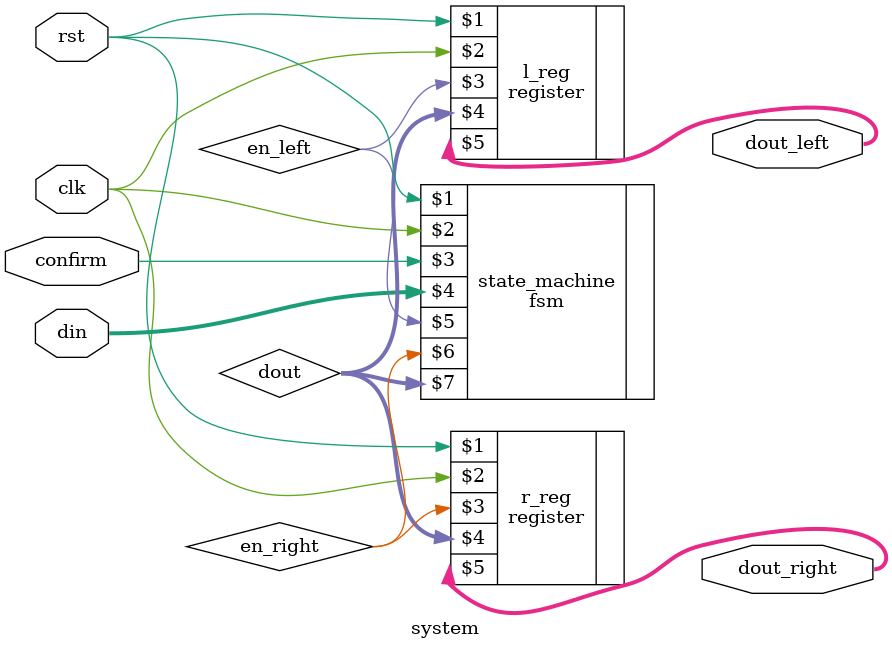
<source format=v>
/*--  *******************************************************
--  Computer Architecture Course, Laboratory Sources 
--  Amirkabir University of Technology (Tehran Polytechnic)
--  Department of Computer Engineering (CE-AUT)
--  https://ce[dot]aut[dot]ac[dot]ir
--  *******************************************************
--  All Rights reserved (C) 2019-2020
--  *******************************************************
--  Student ID  : 9833016              9839039
--  Student Name: Amirhossein Poolad & Samin Mahdipour
--  Student Mail: 
--  *******************************************************
--  Additional Comments:
--
--*/

/*-----------------------------------------------------------
---  Module Name: Sequential System
---  Description: Lab 10 Part 3
-----------------------------------------------------------*/
`timescale 1 ns/1 ns

module system (
	input        rst ,
	input        clk ,
	input        confirm,
	input  [3:0] din ,
	output [3:0] dout_left ,
	output [3:0] dout_right
);

	/* write your code here */
	wire       en_left;
	wire       en_right;
	wire [3:0] dout;
	fsm state_machine(rst,clk,confirm,din,en_left,en_right,dout);
	register l_reg(rst,clk,en_left,dout,dout_left);
	register r_reg(rst,clk,en_right,dout,dout_right);
	/* write your code here */

endmodule

</source>
